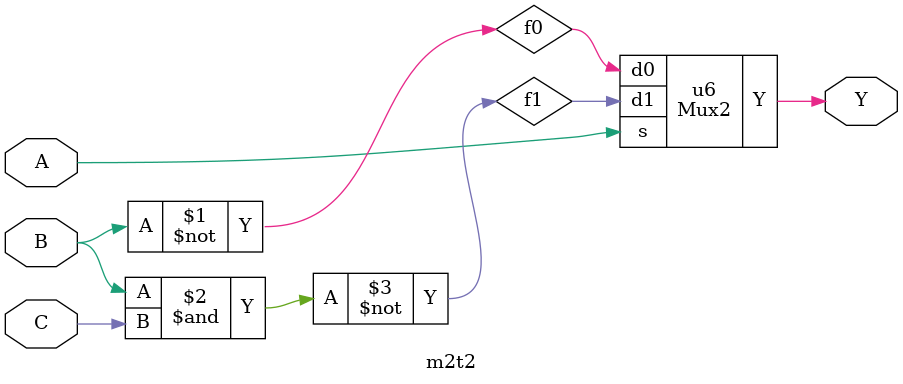
<source format=v>

module Mux2(input wire d0, d1, s, output wire Y);

  assign Y = s ? d1 : d0;

endmodule

module Mux4(input wire d0, d1, d2, d3, s0, s1, output wire Y1);

  wire c1, c2;

  Mux2 bus1(d0, d1, s0, c1);
  Mux2 bus2(d2, d3, s0, c2);
  Mux2 bus3(c1, c2, s1, Y1);

endmodule

module Mux8(input wire d0, d1, d2, d3, d4, d5, d6, d7, s0, s1, s2, output wire Y2);

  wire c3, c4;

  Mux4 bus4(d0, d1, d2, d3, s0, s1, c3);
  Mux4 bus5(d4, d5, d6, d7, s0, s1, c4);
  Mux2 bus6(c3, c4, s2, Y2);

endmodule

module m8t1(input wire A, B, C, output wire Y);

  wire G, V;

  assign G = 0;
  assign V = 1;

  Mux8 u1(G, V, V, G, V, G, G, V, A, B, C, Y);

endmodule

module m4t1(input wire A, B, C, output wire Y);

  wire f0, f1;

  assign f0 = C;
  assign f1 = ~C;

  Mux4 u2(f0, f1, f1, f0, A, B, Y);

endmodule

module m2t1(input wire A, B, C, output wire Y);

  wire f0, f1;

  assign f0 =  (B^C);
  assign f1 = ~(B^C);

  Mux2 u3(f0, f1, A, Y);

endmodule

module m8t2(input wire A, B, C, output wire Y);

  wire G, V;

  assign G = 0;
  assign V = 1;

  Mux8 u4(V, V, G, G, V, V, V, G, A, B, C, Y);

endmodule

module m4t2(input wire A, B, C, output wire Y);

  wire G, V, f0;

  assign G = 0;
  assign V = 1;
  assign f0 = ~C;

  Mux4 u5(V, G, V, f0, A, B, Y);

endmodule

module m2t2(input wire A, B, C, output wire Y);

  wire f0, f1;

  assign f0 = ~B;
  assign f1 = ~(B & C);

  Mux2 u6(f0, f1, A, Y);

endmodule

</source>
